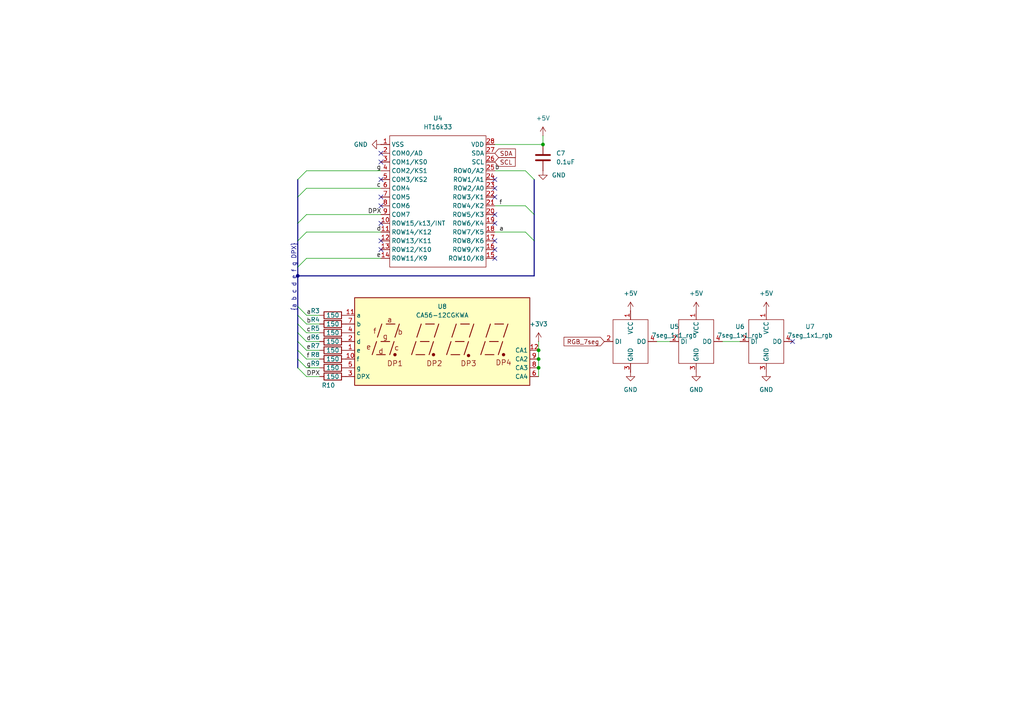
<source format=kicad_sch>
(kicad_sch (version 20231120) (generator "eeschema") (generator_version "8.0")
  (paper "A4")
  (lib_symbols
    (symbol "7seg_rgb:7seg_1x1_rgb"
      (property "Reference" "U" (at 2.54 6.35 0))
      (property "Value" "7seg_1x1_rgb" (at 7.62 3.81 0))
      (symbol "7seg_1x1_rgb_0_1"
        (rectangle (start -5.08 1.27) (end 5.08 -11.43))
      )
      (symbol "7seg_1x1_rgb_1_1"
        (pin power_in line (at 0 3.81 270) (length 2.54) (name "VCC") (number "1"))
        (pin input line (at -7.62 -5.08 0) (length 2.54) (name "DI") (number "2"))
        (pin power_in line (at 0 -13.97 90) (length 2.54) (name "GND") (number "3"))
        (pin output line (at 7.62 -5.08 180) (length 2.54) (name "DO") (number "4"))
      )
    )
    (symbol "Device:C" (pin_numbers hide) (pin_names (offset 0.254))
      (property "Reference" "C" (at 0.635 2.54 0))
      (property "Value" "C" (at 0.635 -2.54 0))
      (symbol "C_0_1"
        (polyline (pts (xy -2.032 -0.762) (xy 2.032 -0.762)) (stroke (width 0.508)))
        (polyline (pts (xy -2.032 0.762) (xy 2.032 0.762)) (stroke (width 0.508)))
      )
      (symbol "C_1_1"
        (pin passive line (at 0 3.81 270) (length 2.794) (name "~") (number "1"))
        (pin passive line (at 0 -3.81 90) (length 2.794) (name "~") (number "2"))
      )
    )
    (symbol "Device:R" (pin_numbers hide) (pin_names (offset 0))
      (property "Reference" "R" (at 2.032 0 90))
      (property "Value" "R" (at 0 0 90))
      (symbol "R_0_1"
        (rectangle (start -1.016 -2.54) (end 1.016 2.54) (stroke (width 0.254)))
      )
      (symbol "R_1_1"
        (pin passive line (at 0 3.81 270) (length 1.27) (name "~") (number "1"))
        (pin passive line (at 0 -3.81 90) (length 1.27) (name "~") (number "2"))
      )
    )
    (symbol "Display_Character:CA56-12CGKWA"
      (property "Reference" "U" (at -24.13 13.97 0))
      (property "Value" "CA56-12CGKWA" (at 17.78 13.97 0))
      (symbol "CA56-12CGKWA_0_0"
        (rectangle (start -25.4 12.7) (end 25.4 -12.7) (stroke (width 0.254)) (fill (type background)))
        (polyline (pts (xy -20.32 -3.81) (xy -19.05 0)) (stroke (width 0.254)))
        (polyline (pts (xy -19.05 -3.81) (xy -16.51 -3.81)) (stroke (width 0.254)))
        (polyline (pts (xy -18.796 1.27) (xy -17.526 5.08)) (stroke (width 0.254)))
        (polyline (pts (xy -17.78 0) (xy -15.24 0)) (stroke (width 0.254)))
        (polyline (pts (xy -16.256 5.08) (xy -13.716 5.08)) (stroke (width 0.254)))
        (polyline (pts (xy -15.24 -3.81) (xy -13.97 0)) (stroke (width 0.254)))
        (polyline (pts (xy -13.716 1.27) (xy -12.446 5.08)) (stroke (width 0.254)))
        (polyline (pts (xy -8.89 -3.81) (xy -7.62 0)) (stroke (width 0.254)))
        (polyline (pts (xy -7.62 -3.81) (xy -5.08 -3.81)) (stroke (width 0.254)))
        (polyline (pts (xy -7.366 1.27) (xy -6.096 5.08)) (stroke (width 0.254)))
        (polyline (pts (xy -6.35 0) (xy -3.81 0)) (stroke (width 0.254)))
        (polyline (pts (xy -4.826 5.08) (xy -2.286 5.08)) (stroke (width 0.254)))
        (polyline (pts (xy -3.81 -3.81) (xy -2.54 0)) (stroke (width 0.254)))
        (polyline (pts (xy -2.286 1.27) (xy -1.016 5.08)) (stroke (width 0.254)))
        (polyline (pts (xy 1.27 -3.81) (xy 2.54 0)) (stroke (width 0.254)))
        (polyline (pts (xy 2.54 -3.81) (xy 5.08 -3.81)) (stroke (width 0.254)))
        (polyline (pts (xy 2.794 1.27) (xy 4.064 5.08)) (stroke (width 0.254)))
        (polyline (pts (xy 3.81 0) (xy 6.35 0)) (stroke (width 0.254)))
        (polyline (pts (xy 5.334 5.08) (xy 7.874 5.08)) (stroke (width 0.254)))
        (polyline (pts (xy 6.35 -3.81) (xy 7.62 0)) (stroke (width 0.254)))
        (polyline (pts (xy 7.874 1.27) (xy 9.144 5.08)) (stroke (width 0.254)))
        (polyline (pts (xy 11.176 -3.81) (xy 12.446 0)) (stroke (width 0.254)))
        (polyline (pts (xy 12.446 -3.81) (xy 14.986 -3.81)) (stroke (width 0.254)))
        (polyline (pts (xy 12.7 1.27) (xy 13.97 5.08)) (stroke (width 0.254)))
        (polyline (pts (xy 13.716 0) (xy 16.256 0)) (stroke (width 0.254)))
        (polyline (pts (xy 15.24 5.08) (xy 17.78 5.08)) (stroke (width 0.254)))
        (polyline (pts (xy 16.256 -3.81) (xy 17.526 0)) (stroke (width 0.254)))
        (polyline (pts (xy 17.78 1.27) (xy 19.05 5.08)) (stroke (width 0.254)))
        (text "a" (at -15.24 6.35 0) (effects (font (size 1.524 1.524))))
        (text "b" (at -12.192 2.794 0) (effects (font (size 1.524 1.524))))
        (text "c" (at -13.208 -1.778 0) (effects (font (size 1.524 1.524))))
        (text "d" (at -17.78 -2.794 0) (effects (font (size 1.524 1.524))))
        (text "DP1" (at -13.716 -6.35 0) (effects (font (size 1.524 1.524))))
        (text "DP2" (at -2.286 -6.35 0) (effects (font (size 1.524 1.524))))
        (text "DP3" (at 7.62 -6.35 0) (effects (font (size 1.524 1.524))))
        (text "DP4" (at 17.78 -6.096 0) (effects (font (size 1.524 1.524))))
        (text "e" (at -21.336 -1.524 0) (effects (font (size 1.524 1.524))))
        (text "f" (at -19.558 3.048 0) (effects (font (size 1.524 1.524))))
        (text "g" (at -16.51 1.524 0) (effects (font (size 1.524 1.524))))
      )
      (symbol "CA56-12CGKWA_0_1"
        (circle (center -13.716 -3.81) (radius 0.3556) (stroke (width 0.254)) (fill (type outline)))
        (circle (center -2.54 -3.81) (radius 0.3556) (stroke (width 0.254)) (fill (type outline)))
      )
      (symbol "CA56-12CGKWA_1_0"
        (circle (center 7.62 -4.064) (radius 0.3556) (stroke (width 0.254)) (fill (type outline)))
        (circle (center 17.78 -3.81) (radius 0.3556) (stroke (width 0.254)) (fill (type outline)))
      )
      (symbol "CA56-12CGKWA_1_1"
        (pin input line (at -27.94 -2.54 0) (length 2.54) (name "e") (number "1"))
        (pin input line (at -27.94 -5.08 0) (length 2.54) (name "f") (number "10"))
        (pin input line (at -27.94 7.62 0) (length 2.54) (name "a") (number "11"))
        (pin input line (at 27.94 -2.54 180) (length 2.54) (name "CA1") (number "12"))
        (pin input line (at -27.94 0 0) (length 2.54) (name "d") (number "2"))
        (pin input line (at -27.94 -10.16 0) (length 2.54) (name "DPX") (number "3"))
        (pin input line (at -27.94 2.54 0) (length 2.54) (name "c") (number "4"))
        (pin input line (at -27.94 -7.62 0) (length 2.54) (name "g") (number "5"))
        (pin input line (at 27.94 -10.16 180) (length 2.54) (name "CA4") (number "6"))
        (pin input line (at -27.94 5.08 0) (length 2.54) (name "b") (number "7"))
        (pin input line (at 27.94 -7.62 180) (length 2.54) (name "CA3") (number "8"))
        (pin input line (at 27.94 -5.08 180) (length 2.54) (name "CA2") (number "9"))
      )
    )
    (symbol "HT16k33:HT16k33"
      (property "Reference" "U" (at 0 21.59 0))
      (property "Value" "HT16k33" (at 0 19.05 0))
      (symbol "HT16k33_0_1"
        (rectangle (start -13.97 24.13) (end 13.97 -13.97))
      )
      (symbol "HT16k33_1_1"
        (pin power_in line (at -16.51 21.59 0) (length 2.54) (name "VSS") (number "1"))
        (pin output line (at -16.51 -1.27 0) (length 2.54) (name "ROW15/k13/INT") (number "10"))
        (pin output line (at -16.51 -3.81 0) (length 2.54) (name "ROW14/K12") (number "11"))
        (pin output line (at -16.51 -6.35 0) (length 2.54) (name "ROW13/K11") (number "12"))
        (pin output line (at -16.51 -8.89 0) (length 2.54) (name "ROW12/K10") (number "13"))
        (pin output line (at -16.51 -11.43 0) (length 2.54) (name "ROW11/K9") (number "14"))
        (pin output line (at 16.51 -11.43 180) (length 2.54) (name "ROW10/K8") (number "15"))
        (pin output line (at 16.51 -8.89 180) (length 2.54) (name "ROW9/K7") (number "16"))
        (pin output line (at 16.51 -6.35 180) (length 2.54) (name "ROW8/K6") (number "17"))
        (pin output line (at 16.51 -3.81 180) (length 2.54) (name "ROW7/K5") (number "18"))
        (pin output line (at 16.51 -1.27 180) (length 2.54) (name "ROW6/K4") (number "19"))
        (pin bidirectional line (at -16.51 19.05 0) (length 2.54) (name "COM0/AD") (number "2"))
        (pin output line (at 16.51 1.27 180) (length 2.54) (name "ROW5/K3") (number "20"))
        (pin output line (at 16.51 3.81 180) (length 2.54) (name "ROW4/K2") (number "21"))
        (pin output line (at 16.51 6.35 180) (length 2.54) (name "ROW3/K1") (number "22"))
        (pin output line (at 16.51 8.89 180) (length 2.54) (name "ROW2/A0") (number "23"))
        (pin output line (at 16.51 11.43 180) (length 2.54) (name "ROW1/A1") (number "24"))
        (pin output line (at 16.51 13.97 180) (length 2.54) (name "ROW0/A2") (number "25"))
        (pin bidirectional line (at 16.51 16.51 180) (length 2.54) (name "SCL") (number "26"))
        (pin bidirectional line (at 16.51 19.05 180) (length 2.54) (name "SDA") (number "27"))
        (pin power_in line (at 16.51 21.59 180) (length 2.54) (name "VDD") (number "28"))
        (pin bidirectional line (at -16.51 16.51 0) (length 2.54) (name "COM1/KS0") (number "3"))
        (pin bidirectional line (at -16.51 13.97 0) (length 2.54) (name "COM2/KS1") (number "4"))
        (pin bidirectional line (at -16.51 11.43 0) (length 2.54) (name "COM3/KS2") (number "5"))
        (pin bidirectional line (at -16.51 8.89 0) (length 2.54) (name "COM4") (number "6"))
        (pin bidirectional line (at -16.51 6.35 0) (length 2.54) (name "COM5") (number "7"))
        (pin bidirectional line (at -16.51 3.81 0) (length 2.54) (name "COM6") (number "8"))
        (pin bidirectional line (at -16.51 1.27 0) (length 2.54) (name "COM7") (number "9"))
      )
    )
    (symbol "power:+3V3" (power) (pin_numbers hide) (pin_names (offset 0) hide)
      (property "Value" "+3V3" (at 0 3.556 0))
      (symbol "+3V3_0_1"
        (polyline (pts (xy -0.762 1.27) (xy 0 2.54)))
        (polyline (pts (xy 0 0) (xy 0 2.54)))
        (polyline (pts (xy 0 2.54) (xy 0.762 1.27)))
      )
      (symbol "+3V3_1_1"
        (pin power_in line (at 0 0 90) (length 0) (name "~") (number "1"))
      )
    )
    (symbol "power:+5V" (power) (pin_numbers hide) (pin_names (offset 0) hide)
      (property "Value" "+5V" (at 0 3.556 0))
      (symbol "+5V_0_1"
        (polyline (pts (xy -0.762 1.27) (xy 0 2.54)))
        (polyline (pts (xy 0 0) (xy 0 2.54)))
        (polyline (pts (xy 0 2.54) (xy 0.762 1.27)))
      )
      (symbol "+5V_1_1"
        (pin power_in line (at 0 0 90) (length 0) (name "~") (number "1"))
      )
    )
    (symbol "power:GND" (power) (pin_numbers hide) (pin_names (offset 0) hide)
      (property "Value" "GND" (at 0 -3.81 0))
      (symbol "GND_0_1"
        (polyline (pts (xy 0 0) (xy 0 -1.27) (xy 1.27 -1.27) (xy 0 -2.54) (xy -1.27 -1.27) (xy 0 -1.27)))
      )
      (symbol "GND_1_1"
        (pin power_in line (at 0 0 270) (length 0) (name "~") (number "1"))
      )
    )
  )
  (junction (at 86.36 80.01))
  (junction (at 157.48 41.91))
  (junction (at 156.21 104.14))
  (junction (at 156.21 106.68))
  (junction (at 156.21 101.6))
  (no_connect (at 110.49 72.39))
  (no_connect (at 143.51 54.61))
  (no_connect (at 143.51 64.77))
  (no_connect (at 143.51 62.23))
  (no_connect (at 143.51 57.15))
  (no_connect (at 143.51 72.39))
  (no_connect (at 110.49 64.77))
  (no_connect (at 143.51 69.85))
  (no_connect (at 143.51 52.07))
  (no_connect (at 229.87 99.06))
  (no_connect (at 110.49 52.07))
  (no_connect (at 110.49 59.69))
  (no_connect (at 110.49 46.99))
  (no_connect (at 110.49 69.85))
  (no_connect (at 110.49 57.15))
  (no_connect (at 143.51 74.93))
  (no_connect (at 110.49 44.45))
  (bus_entry (at 86.36 101.6) (size 2.54 2.54))
  (bus_entry (at 154.94 52.07) (size -2.54 -2.54))
  (bus_entry (at 86.36 93.98) (size 2.54 2.54))
  (bus_entry (at 154.94 69.85) (size -2.54 -2.54))
  (bus_entry (at 86.36 88.9) (size 2.54 2.54))
  (bus_entry (at 86.36 106.68) (size 2.54 2.54))
  (bus_entry (at 86.36 64.77) (size 2.54 -2.54))
  (bus_entry (at 86.36 57.15) (size 2.54 -2.54))
  (bus_entry (at 86.36 91.44) (size 2.54 2.54))
  (bus_entry (at 86.36 77.47) (size 2.54 -2.54))
  (bus_entry (at 86.36 52.07) (size 2.54 -2.54))
  (bus_entry (at 154.94 62.23) (size -2.54 -2.54))
  (bus_entry (at 86.36 96.52) (size 2.54 2.54))
  (bus_entry (at 86.36 69.85) (size 2.54 -2.54))
  (bus_entry (at 86.36 99.06) (size 2.54 2.54))
  (bus_entry (at 86.36 104.14) (size 2.54 2.54))
  (wire (pts (xy 156.21 99.06) (xy 156.21 101.6)))
  (wire (pts (xy 88.9 96.52) (xy 92.71 96.52)))
  (bus (pts (xy 86.36 99.06) (xy 86.36 101.6)))
  (wire (pts (xy 88.9 101.6) (xy 92.71 101.6)))
  (bus (pts (xy 86.36 80.01) (xy 154.94 80.01)))
  (wire (pts (xy 88.9 93.98) (xy 92.71 93.98)))
  (wire (pts (xy 88.9 109.22) (xy 92.71 109.22)))
  (wire (pts (xy 209.55 99.06) (xy 214.63 99.06)))
  (bus (pts (xy 86.36 57.15) (xy 86.36 64.77)))
  (bus (pts (xy 86.36 52.07) (xy 86.36 57.15)))
  (bus (pts (xy 86.36 101.6) (xy 86.36 104.14)))
  (bus (pts (xy 86.36 80.01) (xy 86.36 88.9)))
  (wire (pts (xy 143.51 67.31) (xy 152.4 67.31)))
  (wire (pts (xy 88.9 99.06) (xy 92.71 99.06)))
  (bus (pts (xy 86.36 96.52) (xy 86.36 99.06)))
  (wire (pts (xy 190.5 99.06) (xy 194.31 99.06)))
  (bus (pts (xy 154.94 62.23) (xy 154.94 69.85)))
  (wire (pts (xy 88.9 104.14) (xy 92.71 104.14)))
  (wire (pts (xy 88.9 54.61) (xy 110.49 54.61)))
  (bus (pts (xy 86.36 77.47) (xy 86.36 80.01)))
  (wire (pts (xy 88.9 62.23) (xy 110.49 62.23)))
  (bus (pts (xy 86.36 91.44) (xy 86.36 93.98)))
  (wire (pts (xy 156.21 104.14) (xy 156.21 106.68)))
  (wire (pts (xy 88.9 67.31) (xy 110.49 67.31)))
  (wire (pts (xy 88.9 106.68) (xy 92.71 106.68)))
  (wire (pts (xy 88.9 91.44) (xy 92.71 91.44)))
  (bus (pts (xy 154.94 69.85) (xy 154.94 80.01)))
  (bus (pts (xy 86.36 64.77) (xy 86.36 69.85)))
  (bus (pts (xy 86.36 69.85) (xy 86.36 77.47)))
  (bus (pts (xy 86.36 104.14) (xy 86.36 106.68)))
  (wire (pts (xy 88.9 74.93) (xy 110.49 74.93)))
  (wire (pts (xy 88.9 49.53) (xy 110.49 49.53)))
  (bus (pts (xy 86.36 93.98) (xy 86.36 96.52)))
  (wire (pts (xy 156.21 106.68) (xy 156.21 109.22)))
  (wire (pts (xy 157.48 41.91) (xy 143.51 41.91)))
  (bus (pts (xy 86.36 88.9) (xy 86.36 91.44)))
  (wire (pts (xy 157.48 39.37) (xy 157.48 41.91)))
  (wire (pts (xy 152.4 49.53) (xy 143.51 49.53)))
  (wire (pts (xy 143.51 59.69) (xy 152.4 59.69)))
  (wire (pts (xy 156.21 101.6) (xy 156.21 104.14)))
  (bus (pts (xy 154.94 52.07) (xy 154.94 62.23)))
  (label "DPX" (at 106.68 62.23 0))
  (label "c" (at 88.9 96.52 0))
  (label "e" (at 109.22 74.93 0))
  (label "{a b c d e f g DPX}" (at 86.36 90.17 90))
  (label "DPX" (at 88.9 109.22 0))
  (label "a" (at 144.78 67.31 0))
  (label "a" (at 88.9 91.44 0))
  (label "g" (at 109.22 49.53 0))
  (label "b" (at 88.9 93.98 0))
  (label "g" (at 88.9 106.68 0))
  (label "d" (at 109.22 67.31 0))
  (label "f" (at 144.78 59.69 0))
  (label "d" (at 88.9 99.06 0))
  (label "b" (at 143.51 49.53 0))
  (label "c" (at 109.22 54.61 0))
  (label "f" (at 88.9 104.14 0))
  (label "e" (at 88.9 101.6 0))
  (global_label "SCL" (shape input) (at 143.51 46.99 0) (property "Intersheetrefs" "${INTERSHEET_REFS}" (effects (hide yes))))
  (global_label "RGB_7seg" (shape input) (at 175.26 99.06 180) (property "Intersheetrefs" "${INTERSHEET_REFS}" (effects (hide yes))))
  (global_label "SDA" (shape input) (at 143.51 44.45 0) (property "Intersheetrefs" "${INTERSHEET_REFS}" (effects (hide yes))))
  (symbol (lib_id "power:+5V") (at 201.93 90.17 0) (unit 1)
    (property "Reference" "#PWR040" (effects (hide yes)))
    (property "Value" "+5V" (at 201.93 85.09 0))
    (property "Description" "Power symbol creates a global label with name \"+5V\"" (effects (hide yes)))
  )
  (symbol (lib_id "power:GND") (at 222.25 107.95 0) (unit 1)
    (property "Reference" "#PWR045" (effects (hide yes)))
    (property "Value" "GND" (at 222.25 113.03 0))
    (property "Description" "Power symbol creates a global label with name \"GND\" , ground" (effects (hide yes)))
  )
  (symbol (lib_id "power:+5V") (at 222.25 90.17 0) (unit 1)
    (property "Reference" "#PWR041" (effects (hide yes)))
    (property "Value" "+5V" (at 222.25 85.09 0))
    (property "Description" "Power symbol creates a global label with name \"+5V\"" (effects (hide yes)))
  )
  (symbol (lib_id "Device:R") (at 96.52 106.68 90) (unit 1)
    (property "Reference" "R9" (at 91.44 105.41 90))
    (property "Value" "150" (at 96.52 106.68 90))
    (property "Footprint" "Resistor_SMD:R_0805_2012Metric_Pad1.20x1.40mm_HandSolder" (effects (hide yes)))
    (property "Description" "Resistor" (effects (hide yes)))
  )
  (symbol (lib_id "power:+5V") (at 182.88 90.17 0) (unit 1)
    (property "Reference" "#PWR039" (effects (hide yes)))
    (property "Value" "+5V" (at 182.88 85.09 0))
    (property "Description" "Power symbol creates a global label with name \"+5V\"" (effects (hide yes)))
  )
  (symbol (lib_id "Device:R") (at 96.52 99.06 90) (unit 1)
    (property "Reference" "R6" (at 91.44 97.79 90))
    (property "Value" "150" (at 96.52 99.06 90))
    (property "Footprint" "Resistor_SMD:R_0805_2012Metric_Pad1.20x1.40mm_HandSolder" (effects (hide yes)))
    (property "Description" "Resistor" (effects (hide yes)))
  )
  (symbol (lib_id "Device:R") (at 96.52 101.6 90) (unit 1)
    (property "Reference" "R7" (at 91.44 100.33 90))
    (property "Value" "150" (at 96.52 101.6 90))
    (property "Footprint" "Resistor_SMD:R_0805_2012Metric_Pad1.20x1.40mm_HandSolder" (effects (hide yes)))
    (property "Description" "Resistor" (effects (hide yes)))
  )
  (symbol (lib_id "Device:R") (at 96.52 96.52 90) (unit 1)
    (property "Reference" "R5" (at 91.44 95.25 90))
    (property "Value" "150" (at 96.52 96.52 90))
    (property "Footprint" "Resistor_SMD:R_0805_2012Metric_Pad1.20x1.40mm_HandSolder" (effects (hide yes)))
    (property "Description" "Resistor" (effects (hide yes)))
  )
  (symbol (lib_id "power:GND") (at 201.93 107.95 0) (unit 1)
    (property "Reference" "#PWR044" (effects (hide yes)))
    (property "Value" "GND" (at 201.93 113.03 0))
    (property "Description" "Power symbol creates a global label with name \"GND\" , ground" (effects (hide yes)))
  )
  (symbol (lib_id "Device:R") (at 96.52 104.14 90) (unit 1)
    (property "Reference" "R8" (at 91.44 102.87 90))
    (property "Value" "150" (at 96.52 104.14 90))
    (property "Footprint" "Resistor_SMD:R_0805_2012Metric_Pad1.20x1.40mm_HandSolder" (effects (hide yes)))
    (property "Description" "Resistor" (effects (hide yes)))
  )
  (symbol (lib_id "power:GND") (at 157.48 49.53 0) (unit 1)
    (property "Reference" "#PWR038" (effects (hide yes)))
    (property "Value" "GND" (at 160.02 50.7999 0) (effects (justify left)))
    (property "Description" "Power symbol creates a global label with name \"GND\" , ground" (effects (hide yes)))
  )
  (symbol (lib_id "HT16k33:HT16k33") (at 127 63.5 0) (unit 1)
    (property "Reference" "U4" (at 127 34.29 0))
    (property "Value" "HT16k33" (at 127 36.83 0))
    (property "Footprint" "w_smd_dil:soic-28" (effects (hide yes)))
  )
  (symbol (lib_id "Device:R") (at 96.52 109.22 90) (unit 1)
    (property "Reference" "R10" (at 95.25 111.76 90))
    (property "Value" "150" (at 96.52 109.22 90))
    (property "Footprint" "Resistor_SMD:R_0805_2012Metric_Pad1.20x1.40mm_HandSolder" (effects (hide yes)))
    (property "Description" "Resistor" (effects (hide yes)))
  )
  (symbol (lib_id "7seg_rgb:7seg_1x1_rgb") (at 182.88 93.98 0) (unit 1)
    (property "Reference" "U5" (at 195.58 94.7293 0))
    (property "Value" "7seg_1x1_rgb" (at 195.58 97.2693 0))
    (property "Footprint" "7seg_rgb:7seg_1x1_rgb" (effects (hide yes)))
  )
  (symbol (lib_id "Device:C") (at 157.48 45.72 0) (unit 1)
    (property "Reference" "C7" (at 161.29 44.4499 0) (effects (justify left)))
    (property "Value" "0.1uF" (at 161.29 46.9899 0) (effects (justify left)))
    (property "Footprint" "Capacitor_SMD:C_0603_1608Metric_Pad1.08x0.95mm_HandSolder" (effects (hide yes)))
    (property "Description" "Unpolarized capacitor" (effects (hide yes)))
  )
  (symbol (lib_id "power:+5V") (at 157.48 39.37 0) (unit 1)
    (property "Reference" "#PWR036" (effects (hide yes)))
    (property "Value" "+5V" (at 157.48 34.29 0))
    (property "Description" "Power symbol creates a global label with name \"+5V\"" (effects (hide yes)))
  )
  (symbol (lib_id "7seg_rgb:7seg_1x1_rgb") (at 201.93 93.98 0) (unit 1)
    (property "Reference" "U6" (at 214.63 94.7293 0))
    (property "Value" "7seg_1x1_rgb" (at 214.63 97.2693 0))
    (property "Footprint" "7seg_rgb:7seg_1x1_rgb" (effects (hide yes)))
  )
  (symbol (lib_id "power:GND") (at 110.49 41.91 270) (unit 1)
    (property "Reference" "#PWR037" (effects (hide yes)))
    (property "Value" "GND" (at 106.68 41.9099 90) (effects (justify right)))
    (property "Description" "Power symbol creates a global label with name \"GND\" , ground" (effects (hide yes)))
  )
  (symbol (lib_id "power:+3V3") (at 156.21 99.06 0) (unit 1)
    (property "Reference" "#PWR042" (effects (hide yes)))
    (property "Value" "+3V3" (at 156.21 93.98 0))
    (property "Description" "Power symbol creates a global label with name \"+3V3\"" (effects (hide yes)))
  )
  (symbol (lib_id "power:GND") (at 182.88 107.95 0) (unit 1)
    (property "Reference" "#PWR043" (effects (hide yes)))
    (property "Value" "GND" (at 182.88 113.03 0))
    (property "Description" "Power symbol creates a global label with name \"GND\" , ground" (effects (hide yes)))
  )
  (symbol (lib_id "Device:R") (at 96.52 91.44 90) (unit 1)
    (property "Reference" "R3" (at 91.44 90.17 90))
    (property "Value" "150" (at 96.52 91.44 90))
    (property "Footprint" "Resistor_SMD:R_0805_2012Metric_Pad1.20x1.40mm_HandSolder" (effects (hide yes)))
    (property "Description" "Resistor" (effects (hide yes)))
  )
  (symbol (lib_id "Device:R") (at 96.52 93.98 90) (unit 1)
    (property "Reference" "R4" (at 91.44 92.71 90))
    (property "Value" "150" (at 96.52 93.98 90))
    (property "Footprint" "Resistor_SMD:R_0805_2012Metric_Pad1.20x1.40mm_HandSolder" (effects (hide yes)))
    (property "Description" "Resistor" (effects (hide yes)))
  )
  (symbol (lib_id "7seg_rgb:7seg_1x1_rgb") (at 222.25 93.98 0) (unit 1)
    (property "Reference" "U7" (at 234.95 94.7293 0))
    (property "Value" "7seg_1x1_rgb" (at 234.95 97.2693 0))
    (property "Footprint" "7seg_rgb:7seg_1x1_rgb" (effects (hide yes)))
  )
  (symbol (lib_id "Display_Character:CA56-12CGKWA") (at 128.27 99.06 0) (unit 1)
    (property "Reference" "U8" (at 128.27 88.9 0))
    (property "Value" "CA56-12CGKWA" (at 128.27 91.44 0))
    (property "Footprint" "7seg_rgb:7seg_4x1" (effects (hide yes)))
    (property "Datasheet" "http://www.kingbright.com/attachments/file/psearch/000/00/00/CA56-12CGKWA(Ver.9A).pdf" (effects (hide yes)))
    (property "Description" "4 digit 7 segment Green LED, common anode" (effects (hide yes)))
  )
)
</source>
